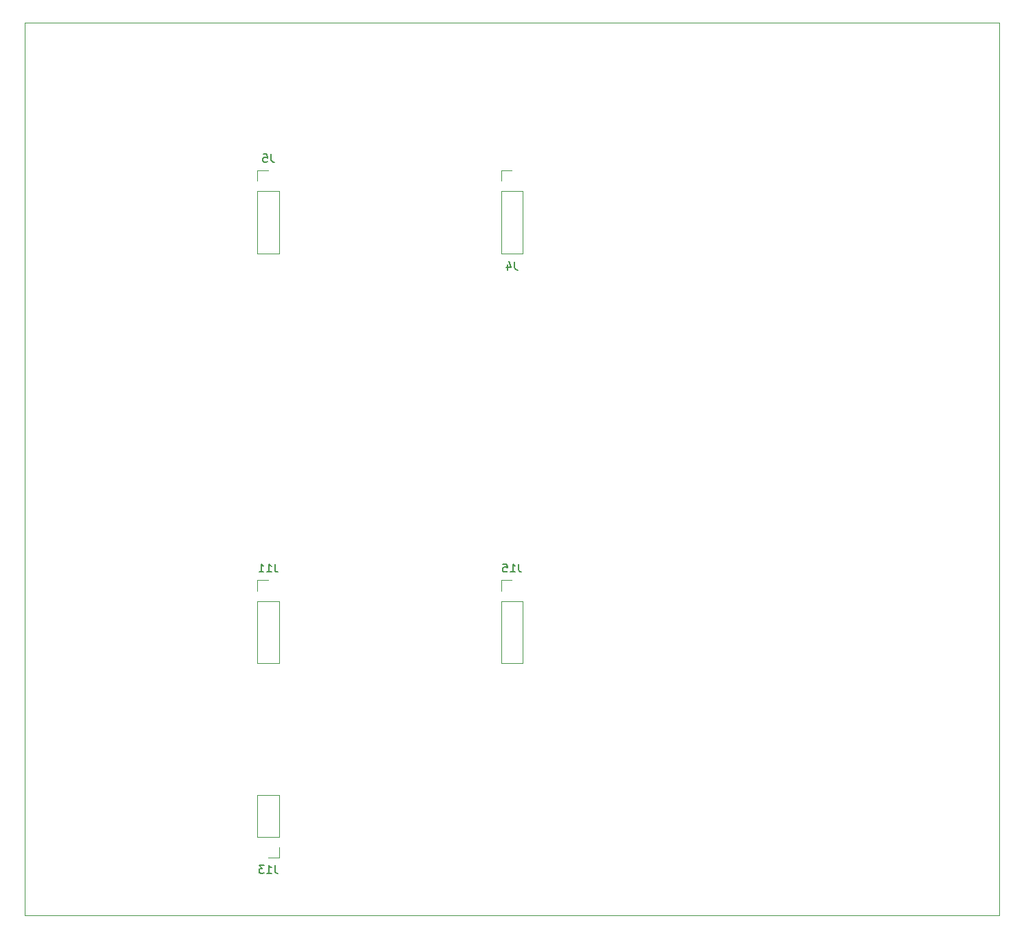
<source format=gbo>
G04 #@! TF.GenerationSoftware,KiCad,Pcbnew,(6.0.6)*
G04 #@! TF.CreationDate,2022-10-26T08:52:02+02:00*
G04 #@! TF.ProjectId,Drumbox,4472756d-626f-4782-9e6b-696361645f70,rev?*
G04 #@! TF.SameCoordinates,Original*
G04 #@! TF.FileFunction,Legend,Bot*
G04 #@! TF.FilePolarity,Positive*
%FSLAX46Y46*%
G04 Gerber Fmt 4.6, Leading zero omitted, Abs format (unit mm)*
G04 Created by KiCad (PCBNEW (6.0.6)) date 2022-10-26 08:52:02*
%MOMM*%
%LPD*%
G01*
G04 APERTURE LIST*
G04 #@! TA.AperFunction,Profile*
%ADD10C,0.050000*%
G04 #@! TD*
%ADD11C,0.150000*%
%ADD12C,0.120000*%
%ADD13C,4.000000*%
%ADD14C,1.800000*%
%ADD15C,1.500000*%
%ADD16C,1.524000*%
%ADD17C,1.600000*%
%ADD18O,1.600000X1.600000*%
%ADD19C,3.200000*%
%ADD20R,1.600000X1.600000*%
%ADD21R,1.830000X1.930000*%
%ADD22C,2.130000*%
%ADD23R,1.500000X1.050000*%
%ADD24O,1.500000X1.050000*%
%ADD25R,1.930000X1.830000*%
%ADD26R,1.700000X1.700000*%
%ADD27O,1.700000X1.700000*%
G04 APERTURE END LIST*
D10*
X73500000Y-31000000D02*
X193500000Y-31000000D01*
X193500000Y-31000000D02*
X193500001Y-141000000D01*
X73500000Y-31000000D02*
X73500000Y-141000000D01*
X73500000Y-141000000D02*
X193500001Y-141000000D01*
D11*
X134309523Y-97682380D02*
X134309523Y-98396666D01*
X134357142Y-98539523D01*
X134452380Y-98634761D01*
X134595238Y-98682380D01*
X134690476Y-98682380D01*
X133309523Y-98682380D02*
X133880952Y-98682380D01*
X133595238Y-98682380D02*
X133595238Y-97682380D01*
X133690476Y-97825238D01*
X133785714Y-97920476D01*
X133880952Y-97968095D01*
X132404761Y-97682380D02*
X132880952Y-97682380D01*
X132928571Y-98158571D01*
X132880952Y-98110952D01*
X132785714Y-98063333D01*
X132547619Y-98063333D01*
X132452380Y-98110952D01*
X132404761Y-98158571D01*
X132357142Y-98253809D01*
X132357142Y-98491904D01*
X132404761Y-98587142D01*
X132452380Y-98634761D01*
X132547619Y-98682380D01*
X132785714Y-98682380D01*
X132880952Y-98634761D01*
X132928571Y-98587142D01*
X104309523Y-97682380D02*
X104309523Y-98396666D01*
X104357142Y-98539523D01*
X104452380Y-98634761D01*
X104595238Y-98682380D01*
X104690476Y-98682380D01*
X103309523Y-98682380D02*
X103880952Y-98682380D01*
X103595238Y-98682380D02*
X103595238Y-97682380D01*
X103690476Y-97825238D01*
X103785714Y-97920476D01*
X103880952Y-97968095D01*
X102357142Y-98682380D02*
X102928571Y-98682380D01*
X102642857Y-98682380D02*
X102642857Y-97682380D01*
X102738095Y-97825238D01*
X102833333Y-97920476D01*
X102928571Y-97968095D01*
X133833333Y-60452380D02*
X133833333Y-61166666D01*
X133880952Y-61309523D01*
X133976190Y-61404761D01*
X134119047Y-61452380D01*
X134214285Y-61452380D01*
X132928571Y-60785714D02*
X132928571Y-61452380D01*
X133166666Y-60404761D02*
X133404761Y-61119047D01*
X132785714Y-61119047D01*
X103833333Y-47182380D02*
X103833333Y-47896666D01*
X103880952Y-48039523D01*
X103976190Y-48134761D01*
X104119047Y-48182380D01*
X104214285Y-48182380D01*
X102880952Y-47182380D02*
X103357142Y-47182380D01*
X103404761Y-47658571D01*
X103357142Y-47610952D01*
X103261904Y-47563333D01*
X103023809Y-47563333D01*
X102928571Y-47610952D01*
X102880952Y-47658571D01*
X102833333Y-47753809D01*
X102833333Y-47991904D01*
X102880952Y-48087142D01*
X102928571Y-48134761D01*
X103023809Y-48182380D01*
X103261904Y-48182380D01*
X103357142Y-48134761D01*
X103404761Y-48087142D01*
X104309523Y-134802380D02*
X104309523Y-135516666D01*
X104357142Y-135659523D01*
X104452380Y-135754761D01*
X104595238Y-135802380D01*
X104690476Y-135802380D01*
X103309523Y-135802380D02*
X103880952Y-135802380D01*
X103595238Y-135802380D02*
X103595238Y-134802380D01*
X103690476Y-134945238D01*
X103785714Y-135040476D01*
X103880952Y-135088095D01*
X102976190Y-134802380D02*
X102357142Y-134802380D01*
X102690476Y-135183333D01*
X102547619Y-135183333D01*
X102452380Y-135230952D01*
X102404761Y-135278571D01*
X102357142Y-135373809D01*
X102357142Y-135611904D01*
X102404761Y-135707142D01*
X102452380Y-135754761D01*
X102547619Y-135802380D01*
X102833333Y-135802380D01*
X102928571Y-135754761D01*
X102976190Y-135707142D01*
D12*
X132170000Y-102270000D02*
X132170000Y-109950000D01*
X134830000Y-102270000D02*
X132170000Y-102270000D01*
X134830000Y-102270000D02*
X134830000Y-109950000D01*
X133500000Y-99670000D02*
X132170000Y-99670000D01*
X132170000Y-99670000D02*
X132170000Y-101000000D01*
X134830000Y-109950000D02*
X132170000Y-109950000D01*
X102170000Y-99670000D02*
X102170000Y-101000000D01*
X104830000Y-109950000D02*
X102170000Y-109950000D01*
X104830000Y-102270000D02*
X102170000Y-102270000D01*
X102170000Y-102270000D02*
X102170000Y-109950000D01*
X103500000Y-99670000D02*
X102170000Y-99670000D01*
X104830000Y-102270000D02*
X104830000Y-109950000D01*
X134830000Y-59450000D02*
X132170000Y-59450000D01*
X134830000Y-51770000D02*
X132170000Y-51770000D01*
X132170000Y-49170000D02*
X132170000Y-50500000D01*
X132170000Y-51770000D02*
X132170000Y-59450000D01*
X134830000Y-51770000D02*
X134830000Y-59450000D01*
X133500000Y-49170000D02*
X132170000Y-49170000D01*
X104830000Y-51770000D02*
X104830000Y-59450000D01*
X104830000Y-59450000D02*
X102170000Y-59450000D01*
X103500000Y-49170000D02*
X102170000Y-49170000D01*
X102170000Y-51770000D02*
X102170000Y-59450000D01*
X102170000Y-49170000D02*
X102170000Y-50500000D01*
X104830000Y-51770000D02*
X102170000Y-51770000D01*
X104830000Y-131310000D02*
X104830000Y-126170000D01*
X104830000Y-133910000D02*
X104830000Y-132580000D01*
X102170000Y-131310000D02*
X102170000Y-126170000D01*
X102170000Y-126170000D02*
X104830000Y-126170000D01*
X103500000Y-133910000D02*
X104830000Y-133910000D01*
X102170000Y-131310000D02*
X104830000Y-131310000D01*
%LPC*%
D13*
X84100000Y-38550000D03*
X92900000Y-38550000D03*
D14*
X91000000Y-45550000D03*
X88500000Y-45550000D03*
X86000000Y-45550000D03*
D15*
X145960000Y-95000000D03*
D16*
X145960000Y-97540000D03*
X145960000Y-92460000D03*
X151040000Y-97540000D03*
X151040000Y-92460000D03*
X148500000Y-97700000D03*
X148500000Y-92300000D03*
D17*
X140000000Y-122750000D03*
D18*
X150160000Y-122750000D03*
D17*
X110000000Y-120080000D03*
D18*
X110000000Y-109920000D03*
D17*
X187580000Y-128000000D03*
D18*
X177420000Y-128000000D03*
D13*
X92900000Y-59050000D03*
X84100000Y-59050000D03*
D14*
X91000000Y-66050000D03*
X88500000Y-66050000D03*
X86000000Y-66050000D03*
D19*
X84500000Y-135000000D03*
D17*
X93500000Y-89500000D03*
D18*
X83340000Y-89500000D03*
D17*
X123500000Y-100500000D03*
D18*
X113340000Y-100500000D03*
D17*
X153100000Y-138200000D03*
X153100000Y-133200000D03*
X144500000Y-128900000D03*
X149500000Y-128900000D03*
X153500000Y-100500000D03*
D18*
X143340000Y-100500000D03*
D17*
X116820000Y-122800000D03*
D18*
X126980000Y-122800000D03*
D20*
X136500000Y-115500000D03*
D17*
X138500000Y-115500000D03*
X116840000Y-134130000D03*
D18*
X127000000Y-134130000D03*
D21*
X176020000Y-135000000D03*
D22*
X187420000Y-135000000D03*
X179120000Y-135000000D03*
D13*
X144100000Y-113050000D03*
X152900000Y-113050000D03*
D14*
X151000000Y-120050000D03*
X148500000Y-120050000D03*
X146000000Y-120050000D03*
D23*
X141640000Y-93730000D03*
D24*
X141640000Y-95000000D03*
X141640000Y-96270000D03*
D13*
X144100000Y-38550000D03*
X152900000Y-38550000D03*
D14*
X151000000Y-45550000D03*
X148500000Y-45550000D03*
X146000000Y-45550000D03*
D23*
X81640000Y-93730000D03*
D24*
X81640000Y-95000000D03*
X81640000Y-96270000D03*
D13*
X152900000Y-59050000D03*
X144100000Y-59050000D03*
D14*
X151000000Y-66050000D03*
X148500000Y-66050000D03*
X146000000Y-66050000D03*
D13*
X122900000Y-38550000D03*
X114100000Y-38550000D03*
D14*
X121000000Y-45550000D03*
X118500000Y-45550000D03*
X116000000Y-45550000D03*
D25*
X118500000Y-73100000D03*
D22*
X118500000Y-84500000D03*
X118500000Y-76200000D03*
D20*
X129700000Y-121875000D03*
D18*
X129700000Y-124415000D03*
X129700000Y-126955000D03*
X129700000Y-129495000D03*
X129700000Y-132035000D03*
X129700000Y-134575000D03*
X129700000Y-137115000D03*
X137320000Y-137115000D03*
X137320000Y-134575000D03*
X137320000Y-132035000D03*
X137320000Y-129495000D03*
X137320000Y-126955000D03*
X137320000Y-124415000D03*
X137320000Y-121875000D03*
D17*
X123500000Y-89500000D03*
D18*
X113340000Y-89500000D03*
D17*
X126980000Y-125900000D03*
D18*
X116820000Y-125900000D03*
D20*
X128544887Y-115500000D03*
D17*
X130544887Y-115500000D03*
X114000000Y-138200000D03*
X114000000Y-133200000D03*
X81500000Y-73000000D03*
X81500000Y-78000000D03*
D15*
X178500000Y-92460000D03*
D16*
X175960000Y-92460000D03*
X181040000Y-92460000D03*
X175960000Y-97540000D03*
X181040000Y-97540000D03*
X175800000Y-95000000D03*
X181200000Y-95000000D03*
D17*
X150180000Y-134100000D03*
D18*
X140020000Y-134100000D03*
D17*
X185500000Y-73000000D03*
X185500000Y-78000000D03*
X111500000Y-73000000D03*
X111500000Y-78000000D03*
X114300000Y-124400000D03*
X109300000Y-124400000D03*
D15*
X115960000Y-95000000D03*
D16*
X115960000Y-97540000D03*
X115960000Y-92460000D03*
X121040000Y-97540000D03*
X121040000Y-92460000D03*
X118500000Y-97700000D03*
X118500000Y-92300000D03*
D13*
X182900000Y-59050000D03*
X174100000Y-59050000D03*
D14*
X181000000Y-66050000D03*
X178500000Y-66050000D03*
X176000000Y-66050000D03*
D17*
X93500000Y-100500000D03*
D18*
X83340000Y-100500000D03*
D17*
X188000000Y-120000000D03*
D18*
X188000000Y-109840000D03*
D25*
X148500000Y-73100000D03*
D22*
X148500000Y-84500000D03*
X148500000Y-76200000D03*
D13*
X122900000Y-113050000D03*
X114100000Y-113050000D03*
D14*
X121000000Y-120050000D03*
X118500000Y-120050000D03*
X116000000Y-120050000D03*
D17*
X140020000Y-137200000D03*
D18*
X150180000Y-137200000D03*
D25*
X178500000Y-73100000D03*
D22*
X178500000Y-84500000D03*
X178500000Y-76200000D03*
D17*
X135000000Y-96080000D03*
D18*
X135000000Y-85920000D03*
D15*
X88500000Y-97540000D03*
D16*
X91040000Y-97540000D03*
X85960000Y-97540000D03*
X91040000Y-92460000D03*
X85960000Y-92460000D03*
X91200000Y-95000000D03*
X85800000Y-95000000D03*
D17*
X127000000Y-137200000D03*
D18*
X116840000Y-137200000D03*
D23*
X111640000Y-93730000D03*
D24*
X111640000Y-95000000D03*
X111640000Y-96270000D03*
D17*
X131500000Y-85920000D03*
D18*
X131500000Y-96080000D03*
D17*
X150160000Y-125800000D03*
D18*
X140000000Y-125800000D03*
D13*
X122900000Y-59050000D03*
X114100000Y-59050000D03*
D14*
X121000000Y-66050000D03*
X118500000Y-66050000D03*
X116000000Y-66050000D03*
D17*
X183500000Y-100500000D03*
D18*
X173340000Y-100500000D03*
D17*
X155420000Y-73000000D03*
X155420000Y-78000000D03*
X183500000Y-89500000D03*
D18*
X173340000Y-89500000D03*
D17*
X157000000Y-120080000D03*
D18*
X157000000Y-109920000D03*
D23*
X171500000Y-94000000D03*
D24*
X171500000Y-95270000D03*
X171500000Y-96540000D03*
D13*
X182900000Y-38550000D03*
X174100000Y-38550000D03*
D14*
X181000000Y-45550000D03*
X178500000Y-45550000D03*
X176000000Y-45550000D03*
D13*
X92900000Y-113050000D03*
X84100000Y-113050000D03*
D14*
X91000000Y-120050000D03*
X88500000Y-120050000D03*
X86000000Y-120050000D03*
D13*
X174100000Y-113050000D03*
X182900000Y-113050000D03*
D14*
X181000000Y-120050000D03*
X178500000Y-120050000D03*
X176000000Y-120050000D03*
D19*
X133500000Y-44500000D03*
D17*
X153580000Y-89500000D03*
D18*
X143420000Y-89500000D03*
D25*
X88500000Y-73100000D03*
D22*
X88500000Y-84500000D03*
X88500000Y-76200000D03*
D17*
X97000000Y-120080000D03*
D18*
X97000000Y-109920000D03*
D26*
X133500000Y-101000000D03*
D27*
X133500000Y-103540000D03*
X133500000Y-106080000D03*
X133500000Y-108620000D03*
D26*
X103500000Y-101000000D03*
D27*
X103500000Y-103540000D03*
X103500000Y-106080000D03*
X103500000Y-108620000D03*
D26*
X133500000Y-50500000D03*
D27*
X133500000Y-53040000D03*
X133500000Y-55580000D03*
X133500000Y-58120000D03*
D26*
X103500000Y-50500000D03*
D27*
X103500000Y-53040000D03*
X103500000Y-55580000D03*
X103500000Y-58120000D03*
D26*
X103500000Y-132580000D03*
D27*
X103500000Y-130040000D03*
X103500000Y-127500000D03*
M02*

</source>
